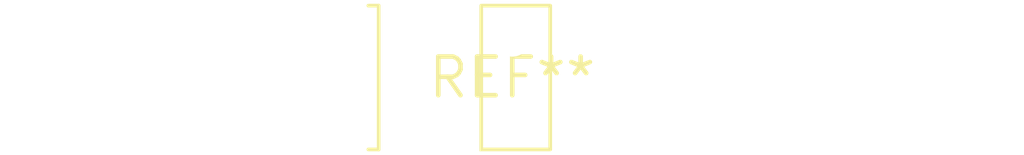
<source format=kicad_pcb>
(kicad_pcb (version 20240108) (generator pcbnew)
  (layers (0 "F.Cu" signal) (31 "B.Cu" signal) (34 "B.Paste" user) (35 "F.Paste" user) (36 "B.SilkS" user "B.Silkscreen") (37 "F.SilkS" user "F.Silkscreen") (38 "B.Mask" user) (39 "F.Mask" user) (44 "Edge.Cuts" user))
  (net 0 "")
  (footprint "Lightpipe_Bivar_SLP3-150-250-R" (layer "F.Cu") (at 0 0)
    (property "Reference" "REF**")
    (property "Value" "Lightpipe_Bivar_SLP3-150-250-R")
    (fp_line (start -4.707 -2.3606) (end -4.3704 -2.3606) (layer "F.SilkS") (stroke (width 0.12)))
    (fp_line (start -4.3704 -2.3606) (end -4.3704 2.3606) (layer "F.SilkS") (stroke (width 0.12)))
    (fp_line (start -4.3704 2.3606) (end -4.707 2.3606) (layer "F.SilkS") (stroke (width 0.12)))
    (fp_rect (start -1.0144 2.3606) (end 1.243 -2.3606) (layer "F.SilkS") (stroke (width 0.12)) (fill none))
    (pad "" np_thru_hole circle (at 0 -1.27) (size 1.1684 1.1684) (drill 1.1684) (layers F&B.Cu *.Mask))
    (pad "" np_thru_hole circle (at 0 1.27) (size 1.1684 1.1684) (drill 1.1684) (layers F&B.Cu *.Mask))
  )
)
</source>
